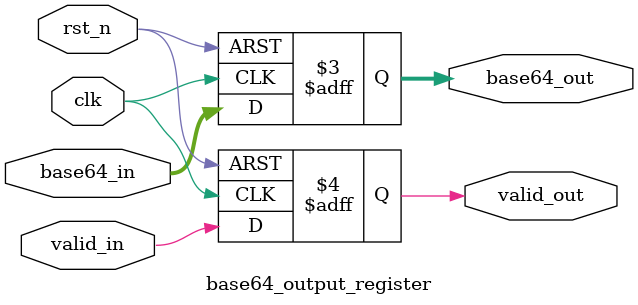
<source format=sv>

module base64_encoder (
    input  wire        clk,
    input  wire        rst_n,
    input  wire        data_valid,
    input  wire [7:0]  data_in,
    output wire [5:0]  base64_out,
    output wire        valid_out
);

    // Stage 1: Input Latch
    wire [7:0]  data_latched;
    wire        data_valid_latched;

    base64_input_latch u_input_latch (
        .clk               (clk),
        .rst_n             (rst_n),
        .data_in           (data_in),
        .data_valid_in     (data_valid),
        .data_out          (data_latched),
        .data_valid_out    (data_valid_latched)
    );

    // Stage 2: Input Buffer
    wire [15:0] buffer_out;
    wire        buffer_valid;

    base64_buffer u_buffer (
        .clk               (clk),
        .rst_n             (rst_n),
        .data_in           (data_latched),
        .data_valid_in     (data_valid_latched),
        .buffer_out        (buffer_out),
        .buffer_valid_out  (buffer_valid)
    );

    // Stage 3: Output Count and Buffer Propagation
    wire [1:0]  out_count;
    wire [15:0] buffer_stage3;
    wire        stage3_valid;

    base64_output_counter u_output_counter (
        .clk               (clk),
        .rst_n             (rst_n),
        .buffer_in         (buffer_out),
        .buffer_valid_in   (buffer_valid),
        .out_count         (out_count),
        .buffer_out        (buffer_stage3),
        .stage3_valid_out  (stage3_valid)
    );

    // Stage 4: Base64 Output Logic
    wire [5:0]  base64_data;
    wire        base64_valid;

    base64_output_logic u_output_logic (
        .clk               (clk),
        .rst_n             (rst_n),
        .buffer_in         (buffer_stage3),
        .out_count_in      (out_count),
        .stage3_valid_in   (stage3_valid),
        .base64_out        (base64_data),
        .valid_out         (base64_valid)
    );

    // Output Register Stage
    base64_output_register u_output_register (
        .clk               (clk),
        .rst_n             (rst_n),
        .base64_in         (base64_data),
        .valid_in          (base64_valid),
        .base64_out        (base64_out),
        .valid_out         (valid_out)
    );

endmodule

// -----------------------------------------------------------------------------
// Submodule: base64_input_latch
// Function: Latches the input data and valid signal on each clock cycle
// -----------------------------------------------------------------------------
module base64_input_latch (
    input  wire       clk,
    input  wire       rst_n,
    input  wire [7:0] data_in,
    input  wire       data_valid_in,
    output reg  [7:0] data_out,
    output reg        data_valid_out
);
    always @(posedge clk or negedge rst_n) begin
        if (!rst_n) begin
            data_out        <= 8'd0;
            data_valid_out  <= 1'b0;
        end else begin
            data_out        <= data_in;
            data_valid_out  <= data_valid_in;
        end
    end
endmodule

// -----------------------------------------------------------------------------
// Submodule: base64_buffer
// Function: Buffers incoming data, forms a 16-bit buffer and generates valid
// -----------------------------------------------------------------------------
module base64_buffer (
    input  wire        clk,
    input  wire        rst_n,
    input  wire [7:0]  data_in,
    input  wire        data_valid_in,
    output reg  [15:0] buffer_out,
    output reg         buffer_valid_out
);
    always @(posedge clk or negedge rst_n) begin
        if (!rst_n) begin
            buffer_out        <= 16'd0;
            buffer_valid_out  <= 1'b0;
        end else begin
            if (data_valid_in) begin
                buffer_out[15:8] <= data_in;
                buffer_out[7:0]  <= buffer_out[7:0];
                buffer_valid_out <= 1'b1;
            end else begin
                buffer_valid_out <= 1'b0;
            end
        end
    end
endmodule

// -----------------------------------------------------------------------------
// Submodule: base64_output_counter
// Function: Maintains output count and propagates buffer for Base64 encoding
// -----------------------------------------------------------------------------
module base64_output_counter (
    input  wire        clk,
    input  wire        rst_n,
    input  wire [15:0] buffer_in,
    input  wire        buffer_valid_in,
    output reg  [1:0]  out_count,
    output reg  [15:0] buffer_out,
    output reg         stage3_valid_out
);
    always @(posedge clk or negedge rst_n) begin
        if (!rst_n) begin
            out_count        <= 2'd0;
            buffer_out       <= 16'd0;
            stage3_valid_out <= 1'b0;
        end else begin
            if (buffer_valid_in) begin
                out_count        <= 2'd0;
                buffer_out       <= buffer_in;
                stage3_valid_out <= 1'b1;
            end else if (stage3_valid_out && out_count < 2'd3) begin
                out_count        <= out_count + 1'b1;
                buffer_out       <= buffer_out;
                stage3_valid_out <= 1'b1;
            end else begin
                stage3_valid_out <= 1'b0;
            end
        end
    end
endmodule

// -----------------------------------------------------------------------------
// Submodule: base64_output_logic
// Function: Encodes buffer to Base64, generates output and valid signal
// -----------------------------------------------------------------------------
module base64_output_logic (
    input  wire        clk,
    input  wire        rst_n,
    input  wire [15:0] buffer_in,
    input  wire [1:0]  out_count_in,
    input  wire        stage3_valid_in,
    output reg  [5:0]  base64_out,
    output reg         valid_out
);
    always @(posedge clk or negedge rst_n) begin
        if (!rst_n) begin
            base64_out <= 6'd0;
            valid_out  <= 1'b0;
        end else begin
            if (stage3_valid_in) begin
                case (out_count_in)
                    2'd0: base64_out <= buffer_in[15:10];
                    2'd1: base64_out <= buffer_in[9:4];
                    2'd2: base64_out <= buffer_in[3:0] << 2;
                    default: base64_out <= 6'd0;
                endcase
                valid_out <= 1'b1;
            end else begin
                valid_out <= 1'b0;
            end
        end
    end
endmodule

// -----------------------------------------------------------------------------
// Submodule: base64_output_register
// Function: Registers the final Base64 output and valid signal for output
// -----------------------------------------------------------------------------
module base64_output_register (
    input  wire       clk,
    input  wire       rst_n,
    input  wire [5:0] base64_in,
    input  wire       valid_in,
    output reg  [5:0] base64_out,
    output reg        valid_out
);
    always @(posedge clk or negedge rst_n) begin
        if (!rst_n) begin
            base64_out <= 6'd0;
            valid_out  <= 1'b0;
        end else begin
            base64_out <= base64_in;
            valid_out  <= valid_in;
        end
    end
endmodule
</source>
